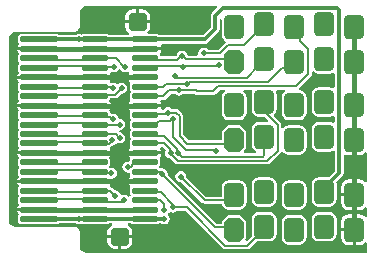
<source format=gbr>
%TF.GenerationSoftware,Altium Limited,Altium Designer,24.8.2 (39)*%
G04 Layer_Physical_Order=2*
G04 Layer_Color=16711680*
%FSLAX45Y45*%
%MOMM*%
%TF.SameCoordinates,C54AC7BA-B540-4DA4-B2B9-A01D8BF79CE3*%
%TF.FilePolarity,Positive*%
%TF.FileFunction,Copper,L2,Bot,Signal*%
%TF.Part,Single*%
G01*
G75*
%TA.AperFunction,SMDPad,CuDef*%
G04:AMPARAMS|DCode=10|XSize=3.2mm|YSize=0.5mm|CornerRadius=0.125mm|HoleSize=0mm|Usage=FLASHONLY|Rotation=0.000|XOffset=0mm|YOffset=0mm|HoleType=Round|Shape=RoundedRectangle|*
%AMROUNDEDRECTD10*
21,1,3.20000,0.25000,0,0,0.0*
21,1,2.95000,0.50000,0,0,0.0*
1,1,0.25000,1.47500,-0.12500*
1,1,0.25000,-1.47500,-0.12500*
1,1,0.25000,-1.47500,0.12500*
1,1,0.25000,1.47500,0.12500*
%
%ADD10ROUNDEDRECTD10*%
%TA.AperFunction,Conductor*%
%ADD11C,0.20000*%
%ADD12C,0.35000*%
%ADD13C,0.30000*%
%TA.AperFunction,ComponentPad*%
G04:AMPARAMS|DCode=14|XSize=1.7mm|YSize=2.1mm|CornerRadius=0.425mm|HoleSize=0mm|Usage=FLASHONLY|Rotation=0.000|XOffset=0mm|YOffset=0mm|HoleType=Round|Shape=RoundedRectangle|*
%AMROUNDEDRECTD14*
21,1,1.70000,1.25001,0,0,0.0*
21,1,0.85000,2.10000,0,0,0.0*
1,1,0.85000,0.42500,-0.62500*
1,1,0.85000,-0.42500,-0.62500*
1,1,0.85000,-0.42500,0.62500*
1,1,0.85000,0.42500,0.62500*
%
%ADD14ROUNDEDRECTD14*%
G04:AMPARAMS|DCode=15|XSize=1.7mm|YSize=2.1mm|CornerRadius=0mm|HoleSize=0mm|Usage=FLASHONLY|Rotation=0.000|XOffset=0mm|YOffset=0mm|HoleType=Round|Shape=Octagon|*
%AMOCTAGOND15*
4,1,8,-0.42500,1.05000,0.42500,1.05000,0.85000,0.62500,0.85000,-0.62500,0.42500,-1.05000,-0.42500,-1.05000,-0.85000,-0.62500,-0.85000,0.62500,-0.42500,1.05000,0.0*
%
%ADD15OCTAGOND15*%

G04:AMPARAMS|DCode=16|XSize=1.55mm|YSize=1.6mm|CornerRadius=0.3875mm|HoleSize=0mm|Usage=FLASHONLY|Rotation=270.000|XOffset=0mm|YOffset=0mm|HoleType=Round|Shape=RoundedRectangle|*
%AMROUNDEDRECTD16*
21,1,1.55000,0.82500,0,0,270.0*
21,1,0.77500,1.60000,0,0,270.0*
1,1,0.77500,-0.41250,-0.38750*
1,1,0.77500,-0.41250,0.38750*
1,1,0.77500,0.41250,0.38750*
1,1,0.77500,0.41250,-0.38750*
%
%ADD16ROUNDEDRECTD16*%
%TA.AperFunction,ViaPad*%
%ADD17C,0.50800*%
%TA.AperFunction,SMDPad,CuDef*%
G04:AMPARAMS|DCode=18|XSize=2.2mm|YSize=0.5mm|CornerRadius=0.125mm|HoleSize=0mm|Usage=FLASHONLY|Rotation=180.000|XOffset=0mm|YOffset=0mm|HoleType=Round|Shape=RoundedRectangle|*
%AMROUNDEDRECTD18*
21,1,2.20000,0.25000,0,0,180.0*
21,1,1.95000,0.50000,0,0,180.0*
1,1,0.25000,-0.97500,0.12500*
1,1,0.25000,0.97500,0.12500*
1,1,0.25000,0.97500,-0.12500*
1,1,0.25000,-0.97500,-0.12500*
%
%ADD18ROUNDEDRECTD18*%
%TA.AperFunction,Conductor*%
%ADD19C,0.40000*%
G36*
X1808126Y2382197D02*
X1762964Y2337036D01*
X1754676Y2324632D01*
X1751766Y2310000D01*
Y2215837D01*
X1684166Y2148237D01*
X1313483D01*
X1306180Y2153117D01*
X1293499Y2155639D01*
X1218520D01*
X1213969Y2170639D01*
X1220496Y2175000D01*
X1234674Y2196220D01*
X1239653Y2221250D01*
Y2247300D01*
X1026340D01*
Y2221250D01*
X1031319Y2196220D01*
X1045497Y2175000D01*
X1063108Y2163233D01*
X1058972Y2148233D01*
X887490D01*
X880181Y2153117D01*
X867500Y2155639D01*
X672500D01*
X659819Y2153117D01*
X658504Y2152238D01*
X657714Y2152766D01*
X640000Y2156290D01*
X622286Y2152766D01*
X615502Y2148233D01*
X467482D01*
X460180Y2153113D01*
X447499Y2155635D01*
X152499D01*
X139819Y2153113D01*
X129068Y2145929D01*
X121885Y2135179D01*
X119363Y2122498D01*
Y2097498D01*
X121885Y2084818D01*
X125175Y2069823D01*
X116799Y2057286D01*
X113897Y2042698D01*
X299999D01*
Y2017298D01*
X113897D01*
X116799Y2002710D01*
X125175Y1990174D01*
X121885Y1975179D01*
X119363Y1962499D01*
Y1937499D01*
X121885Y1924818D01*
X129068Y1914068D01*
Y1905930D01*
X121885Y1895180D01*
X119363Y1882499D01*
Y1857499D01*
X121885Y1844818D01*
X125175Y1829823D01*
X116799Y1817287D01*
X113897Y1802699D01*
X299999D01*
Y1777299D01*
X113897D01*
X116799Y1762711D01*
X125175Y1750175D01*
X121885Y1735180D01*
X119363Y1722499D01*
Y1697499D01*
X121885Y1684818D01*
X129068Y1674068D01*
Y1665930D01*
X121885Y1655180D01*
X119363Y1642499D01*
Y1617499D01*
X121885Y1604819D01*
X125175Y1589824D01*
X116799Y1577287D01*
X113897Y1562699D01*
X299999D01*
Y1537299D01*
X113897D01*
X116799Y1522711D01*
X125175Y1510175D01*
X121885Y1495180D01*
X119363Y1482500D01*
Y1457499D01*
X121885Y1444819D01*
X129068Y1434069D01*
Y1425931D01*
X121885Y1415181D01*
X119363Y1402500D01*
Y1377500D01*
X121885Y1364819D01*
X129068Y1354069D01*
Y1345931D01*
X121885Y1335181D01*
X119363Y1322500D01*
Y1297500D01*
X121885Y1284819D01*
X129068Y1274069D01*
Y1265931D01*
X121885Y1255181D01*
X119363Y1242500D01*
Y1217500D01*
X121885Y1204820D01*
X125175Y1189824D01*
X116799Y1177288D01*
X113897Y1162700D01*
X299999D01*
Y1137300D01*
X113897D01*
X116799Y1122712D01*
X125175Y1110176D01*
X121885Y1095181D01*
X119363Y1082501D01*
Y1057500D01*
X121885Y1044820D01*
X129068Y1034070D01*
Y1025931D01*
X121885Y1015181D01*
X119363Y1002501D01*
Y977500D01*
X121885Y964820D01*
X125175Y949825D01*
X116799Y937289D01*
X113897Y922701D01*
X299999D01*
Y897301D01*
X113897D01*
X116799Y882713D01*
X125175Y870177D01*
X121885Y855182D01*
X119363Y842501D01*
Y817501D01*
X121885Y804820D01*
X129068Y794070D01*
Y785932D01*
X121885Y775182D01*
X119363Y762501D01*
Y737501D01*
X121885Y724820D01*
X125175Y709825D01*
X116799Y697289D01*
X113897Y682701D01*
X299999D01*
Y657301D01*
X113897D01*
X116799Y642713D01*
X125175Y630177D01*
X121885Y615182D01*
X119363Y602501D01*
Y577501D01*
X121885Y564821D01*
X129068Y554070D01*
X139819Y546887D01*
X152499Y544365D01*
X447499D01*
X460180Y546887D01*
X470930Y554070D01*
X471094Y554315D01*
X611688D01*
X622286Y547234D01*
X640000Y543711D01*
X657714Y547234D01*
X658506Y547763D01*
X659819Y546886D01*
X672500Y544364D01*
X867500D01*
X880181Y546886D01*
X890931Y554070D01*
X891094Y554313D01*
X915904D01*
X917382Y539313D01*
X916719Y539181D01*
X895500Y525003D01*
X881322Y503784D01*
X876343Y478753D01*
Y452703D01*
X1089656D01*
Y478753D01*
X1084677Y503784D01*
X1070499Y525003D01*
X1049279Y539181D01*
X1048630Y539311D01*
X1050107Y554311D01*
X1074906D01*
X1075067Y554070D01*
X1085818Y546886D01*
X1098498Y544364D01*
X1293499D01*
X1306180Y546886D01*
X1316930Y554070D01*
X1317094Y554315D01*
X1331689D01*
X1342286Y547234D01*
X1360000Y543711D01*
X1377714Y547234D01*
X1392732Y557268D01*
X1402766Y572286D01*
X1406290Y590000D01*
X1402766Y607714D01*
X1394529Y620041D01*
X1393361Y630726D01*
X1394618Y639512D01*
X1395305Y640539D01*
X1412286Y647234D01*
X1430000Y643710D01*
X1447714Y647234D01*
X1462732Y657268D01*
X1464164Y659412D01*
X1537330D01*
X1853223Y343519D01*
X1863147Y336889D01*
X1874852Y334560D01*
X1874854Y334560D01*
X2063148D01*
X2063149Y334560D01*
X2074854Y336889D01*
X2084778Y343519D01*
X2144427Y403169D01*
X2161498Y399773D01*
X2246498D01*
X2270884Y404624D01*
X2291558Y418437D01*
X2305372Y439111D01*
X2310222Y463497D01*
Y588498D01*
X2305372Y612884D01*
X2291558Y633558D01*
X2270884Y647371D01*
X2246498Y652222D01*
X2161498D01*
X2137112Y647371D01*
X2116438Y633558D01*
X2102624Y612884D01*
X2097774Y588498D01*
Y463497D01*
X2101169Y446426D01*
X2056554Y401811D01*
X2051361Y402648D01*
X2046177Y418677D01*
X2054998Y427498D01*
Y572498D01*
X2002498Y624998D01*
X1897498D01*
X1844998Y572498D01*
Y550586D01*
X1802672D01*
X1386457Y966800D01*
X1387635Y972721D01*
X1384111Y990435D01*
X1374077Y1005453D01*
X1359060Y1015487D01*
X1353923Y1016509D01*
X1352351Y1017559D01*
X1340645Y1019888D01*
X1333564Y1018479D01*
X1321909D01*
X1321504Y1019085D01*
X1316930Y1034069D01*
X1324113Y1044819D01*
X1326635Y1057500D01*
Y1082500D01*
X1324113Y1095180D01*
X1320823Y1110175D01*
X1329200Y1122711D01*
X1332101Y1137299D01*
X1059896D01*
X1062798Y1122711D01*
X1071174Y1110175D01*
X1067884Y1095180D01*
X1065362Y1082500D01*
X1054941Y1073948D01*
X1051228Y1074686D01*
X1033513Y1071163D01*
X1018496Y1061128D01*
X1008462Y1046111D01*
X1004938Y1028397D01*
X1008462Y1010683D01*
X1018496Y995665D01*
X1033513Y985631D01*
X1051228Y982107D01*
X1058085Y983471D01*
X1065362Y977499D01*
X1067884Y964819D01*
X1071174Y949824D01*
X1062798Y937288D01*
X1059896Y922700D01*
X1195999D01*
Y897300D01*
X1059896D01*
X1062798Y882712D01*
X1071174Y870176D01*
X1067884Y855181D01*
X1065362Y842500D01*
Y817500D01*
X1067884Y804819D01*
X1074572Y794810D01*
X1069745Y780958D01*
X1055138Y779855D01*
X1054497Y780090D01*
X1052732Y782732D01*
X1037714Y792766D01*
X1020000Y796289D01*
X1002286Y792766D01*
X1001272Y792089D01*
X984605Y798993D01*
X983379Y805157D01*
X973345Y820175D01*
X958327Y830209D01*
X940613Y833732D01*
X938084Y833229D01*
X919685Y851629D01*
X909761Y858259D01*
X904261Y859354D01*
X903379Y860365D01*
X898315Y873419D01*
X898357Y875463D01*
X903201Y882712D01*
X906103Y897300D01*
X770000D01*
Y922700D01*
X908864D01*
X909790Y924985D01*
X919611Y931676D01*
X929592Y933662D01*
X944610Y943696D01*
X954644Y958713D01*
X958168Y976428D01*
X954644Y994142D01*
X944610Y1009159D01*
X929592Y1019194D01*
X911878Y1022717D01*
X895284Y1019416D01*
X890931Y1034069D01*
X898114Y1044819D01*
X900637Y1057500D01*
Y1082500D01*
X898114Y1095180D01*
X894824Y1110175D01*
X903201Y1122711D01*
X906103Y1137299D01*
X770000D01*
Y1162699D01*
X906103D01*
X903201Y1177287D01*
X898085Y1184944D01*
X902489Y1200253D01*
X903555Y1201702D01*
X912676Y1207796D01*
X914479Y1209600D01*
X917008Y1209097D01*
X934722Y1212621D01*
X949740Y1222655D01*
X959336Y1237017D01*
X962195Y1235107D01*
X979909Y1231584D01*
X997624Y1235107D01*
X1012641Y1245142D01*
X1022675Y1260159D01*
X1026199Y1277873D01*
X1022675Y1295587D01*
X1012641Y1310605D01*
X997624Y1320639D01*
X981667Y1323813D01*
X977038Y1328913D01*
X977657Y1333239D01*
X984495Y1344525D01*
X997681Y1347148D01*
X1012698Y1357182D01*
X1022733Y1372199D01*
X1026256Y1389914D01*
X1022733Y1407628D01*
X1012698Y1422645D01*
X997681Y1432680D01*
X979967Y1436203D01*
X969265Y1446351D01*
X967631Y1454566D01*
X957597Y1469583D01*
X942579Y1479617D01*
X924865Y1483141D01*
X914206Y1481021D01*
X908540Y1484807D01*
X899834Y1486539D01*
X898114Y1495184D01*
X894824Y1510180D01*
X903201Y1522716D01*
X906103Y1537304D01*
X770000D01*
Y1562704D01*
X906103D01*
X903201Y1577292D01*
X894824Y1589828D01*
X898114Y1604823D01*
X899610Y1612341D01*
X942928D01*
X942929Y1612341D01*
X954634Y1614669D01*
X964558Y1621300D01*
X995618Y1652360D01*
X996911Y1652103D01*
X1014625Y1655627D01*
X1029642Y1665661D01*
X1039677Y1680678D01*
X1043200Y1698393D01*
X1039677Y1716107D01*
X1029642Y1731124D01*
X1014625Y1741159D01*
X996911Y1744682D01*
X979196Y1741159D01*
X970267Y1735192D01*
X955201Y1730741D01*
X940183Y1740775D01*
X922469Y1744299D01*
X906094Y1741041D01*
X903133Y1743935D01*
X898441Y1755591D01*
X903201Y1762715D01*
X906103Y1777303D01*
X770000D01*
Y1802703D01*
X906103D01*
X903201Y1817291D01*
X902868Y1817789D01*
X908396Y1836516D01*
X911412Y1837818D01*
X912286Y1837234D01*
X930000Y1833711D01*
X947714Y1837234D01*
X962732Y1847268D01*
X972130Y1861333D01*
X980000Y1862284D01*
X987870Y1861333D01*
X997268Y1847268D01*
X1012286Y1837234D01*
X1030000Y1833711D01*
X1047714Y1837234D01*
X1053641Y1841194D01*
X1054509Y1841415D01*
X1059128Y1838446D01*
X1063361Y1818134D01*
X1062798Y1817291D01*
X1059896Y1802703D01*
X1195999D01*
Y1777303D01*
X1059896D01*
X1062798Y1762715D01*
X1071174Y1750179D01*
X1067884Y1735184D01*
X1065362Y1722504D01*
Y1697503D01*
X1067884Y1684823D01*
X1075067Y1674073D01*
Y1665934D01*
X1067884Y1655184D01*
X1065362Y1642504D01*
Y1617503D01*
X1067884Y1604823D01*
X1071174Y1589828D01*
X1062798Y1577292D01*
X1059896Y1562704D01*
X1332101D01*
X1329200Y1577292D01*
X1324440Y1584416D01*
X1331418Y1599416D01*
X1350002D01*
X1350003Y1599416D01*
X1361709Y1601744D01*
X1371632Y1608375D01*
X1413212Y1649955D01*
X1448833D01*
X1450266Y1647811D01*
X1465283Y1637777D01*
X1482997Y1634253D01*
X1500712Y1637777D01*
X1515729Y1647811D01*
X1515864Y1648012D01*
X1617704D01*
X1624232Y1643651D01*
X1635937Y1641322D01*
X1635939Y1641323D01*
X1771909D01*
X1771910Y1641322D01*
X1783615Y1643651D01*
X1793539Y1650281D01*
X1827403Y1684146D01*
X1869244D01*
X1873795Y1669146D01*
X1862438Y1661558D01*
X1848624Y1640884D01*
X1843774Y1616498D01*
Y1491497D01*
X1848624Y1467111D01*
X1862438Y1446438D01*
X1883112Y1432624D01*
X1907498Y1427773D01*
X1992498D01*
X2016884Y1432624D01*
X2037558Y1446438D01*
X2051372Y1467111D01*
X2056222Y1491497D01*
Y1616498D01*
X2051372Y1640884D01*
X2037558Y1661558D01*
X2026202Y1669146D01*
X2030752Y1684146D01*
X2098245D01*
X2105316Y1670917D01*
X2102624Y1666889D01*
X2097774Y1642502D01*
Y1517502D01*
X2102624Y1493116D01*
X2116438Y1472442D01*
X2137112Y1458628D01*
X2161498Y1453778D01*
X2212967D01*
X2239518Y1427227D01*
X2233305Y1412227D01*
X2161498D01*
X2137112Y1407376D01*
X2116438Y1393562D01*
X2102624Y1372889D01*
X2097774Y1348503D01*
Y1223502D01*
X2102624Y1199116D01*
X2116438Y1178442D01*
X2137112Y1164628D01*
X2138491Y1164354D01*
X2137014Y1149354D01*
X2036453D01*
X2030712Y1163212D01*
X2054998Y1187497D01*
Y1332498D01*
X2002498Y1384998D01*
X1897498D01*
X1844998Y1332498D01*
Y1256588D01*
X1566670D01*
X1520588Y1302670D01*
Y1460000D01*
X1518259Y1471705D01*
X1511629Y1481629D01*
X1511628Y1481629D01*
X1480131Y1513127D01*
X1470208Y1519757D01*
X1458502Y1522086D01*
X1458501Y1522085D01*
X1424807D01*
X1423375Y1524229D01*
X1408357Y1534264D01*
X1390643Y1537787D01*
X1372929Y1534264D01*
X1357911Y1524229D01*
X1351713Y1514952D01*
X1339239Y1515260D01*
X1330253Y1528013D01*
X1332101Y1537304D01*
X1059896D01*
X1062798Y1522716D01*
X1071174Y1510180D01*
X1067884Y1495185D01*
X1065362Y1482504D01*
Y1457504D01*
X1067884Y1444823D01*
X1075067Y1434073D01*
Y1425935D01*
X1067884Y1415185D01*
X1065362Y1402504D01*
Y1377504D01*
X1067884Y1364823D01*
X1075067Y1354073D01*
Y1345935D01*
X1067884Y1335185D01*
X1065362Y1322504D01*
Y1297504D01*
X1067884Y1284823D01*
X1070495Y1280916D01*
X1073825Y1270002D01*
X1070495Y1259088D01*
X1067884Y1255180D01*
X1065362Y1242499D01*
Y1217499D01*
X1067884Y1204819D01*
X1071174Y1189824D01*
X1062798Y1177287D01*
X1059896Y1162699D01*
X1332101D01*
X1329200Y1177287D01*
X1324440Y1184412D01*
X1331418Y1199412D01*
X1347331D01*
X1372861Y1173881D01*
X1369193Y1168391D01*
X1365669Y1150677D01*
X1369193Y1132963D01*
X1379227Y1117945D01*
X1394245Y1107911D01*
X1405736Y1105625D01*
X1450223Y1061138D01*
X1450223Y1061138D01*
X1460147Y1054507D01*
X1471852Y1052178D01*
X1471853Y1052179D01*
X2232765D01*
X2232766Y1052178D01*
X2244472Y1054507D01*
X2254395Y1061138D01*
X2341629Y1148371D01*
X2348259Y1158295D01*
X2348311Y1158554D01*
X2364235Y1161722D01*
X2370438Y1152438D01*
X2391112Y1138624D01*
X2415498Y1133773D01*
X2500498D01*
X2524884Y1138624D01*
X2545558Y1152438D01*
X2559372Y1173111D01*
X2564222Y1197497D01*
Y1322498D01*
X2559372Y1346884D01*
X2545558Y1367558D01*
X2524884Y1381372D01*
X2500498Y1386222D01*
X2415498D01*
X2391112Y1381372D01*
X2370438Y1367558D01*
X2365588Y1360299D01*
X2350588Y1364849D01*
Y1390003D01*
X2348259Y1401708D01*
X2341629Y1411632D01*
X2341628Y1411632D01*
X2290595Y1462665D01*
X2291558Y1472442D01*
X2305372Y1493116D01*
X2310222Y1517502D01*
Y1642502D01*
X2305372Y1666889D01*
X2302680Y1670917D01*
X2309751Y1684146D01*
X2377244D01*
X2381795Y1669146D01*
X2370438Y1661558D01*
X2356624Y1640884D01*
X2351774Y1616498D01*
Y1491497D01*
X2356624Y1467111D01*
X2370438Y1446438D01*
X2391112Y1432624D01*
X2415498Y1427773D01*
X2500498D01*
X2524884Y1432624D01*
X2545558Y1446438D01*
X2559372Y1467111D01*
X2564222Y1491497D01*
Y1616498D01*
X2559372Y1640884D01*
X2545558Y1661558D01*
X2524884Y1675372D01*
X2504031Y1679519D01*
X2499987Y1687760D01*
X2499481Y1695222D01*
X2599591Y1795332D01*
X2606222Y1805256D01*
X2608551Y1816961D01*
X2608550Y1816963D01*
Y1835216D01*
X2623550Y1839767D01*
X2624438Y1838438D01*
X2645112Y1824624D01*
X2669498Y1819773D01*
X2754498D01*
X2778884Y1824624D01*
X2786766Y1829890D01*
X2801766Y1821872D01*
Y1704128D01*
X2786766Y1696110D01*
X2778884Y1701376D01*
X2754498Y1706227D01*
X2669498D01*
X2645112Y1701376D01*
X2624438Y1687562D01*
X2610624Y1666889D01*
X2605774Y1642502D01*
Y1517502D01*
X2610624Y1493116D01*
X2624438Y1472442D01*
X2645112Y1458628D01*
X2669498Y1453778D01*
X2754498D01*
X2778884Y1458628D01*
X2786766Y1463894D01*
X2801766Y1455877D01*
Y1410128D01*
X2786766Y1402110D01*
X2778884Y1407376D01*
X2754498Y1412227D01*
X2669498D01*
X2645112Y1407376D01*
X2624438Y1393562D01*
X2610624Y1372889D01*
X2605774Y1348503D01*
Y1223502D01*
X2610624Y1199116D01*
X2624438Y1178442D01*
X2645112Y1164628D01*
X2669498Y1159778D01*
X2754498D01*
X2778884Y1164628D01*
X2786766Y1169894D01*
X2801766Y1161877D01*
Y995837D01*
X2752150Y946222D01*
X2669498D01*
X2645112Y941371D01*
X2624438Y927557D01*
X2610624Y906884D01*
X2605774Y882498D01*
Y757497D01*
X2610624Y733111D01*
X2624438Y712437D01*
X2645112Y698623D01*
X2669498Y693773D01*
X2754498D01*
X2778884Y698623D01*
X2799558Y712437D01*
X2813372Y733111D01*
X2818222Y757497D01*
Y882498D01*
X2814630Y900559D01*
X2867036Y952964D01*
X2875324Y965368D01*
X2878234Y980000D01*
Y1130169D01*
X2891463Y1137240D01*
X2897005Y1133537D01*
X2923498Y1128267D01*
X2953298D01*
Y1259998D01*
X2978698D01*
Y1128267D01*
X3008498D01*
X3034991Y1133537D01*
X3057451Y1148545D01*
X3061056Y1153939D01*
X3076056Y1149389D01*
Y904607D01*
X3061056Y900056D01*
X3057451Y905451D01*
X3034991Y920458D01*
X3008498Y925728D01*
X2978698D01*
Y793998D01*
Y662268D01*
X3008498D01*
X3034991Y667537D01*
X3057451Y682545D01*
X3061056Y687939D01*
X3076056Y683389D01*
Y610607D01*
X3061056Y606056D01*
X3057451Y611451D01*
X3034991Y626458D01*
X3008498Y631728D01*
X2978698D01*
Y499998D01*
Y368268D01*
X3008498D01*
X3034991Y373537D01*
X3057451Y388545D01*
X3061056Y393940D01*
X3076056Y389389D01*
Y303944D01*
X700000D01*
Y304025D01*
X678579Y308285D01*
X660420Y320419D01*
X648285Y338579D01*
X644025Y360000D01*
X643944D01*
X643943Y360006D01*
Y479999D01*
X640598Y496816D01*
X631072Y511072D01*
X616816Y520598D01*
X599999Y523943D01*
X100005D01*
X100000Y523944D01*
Y524025D01*
X78579Y528285D01*
X60419Y540420D01*
X48285Y558579D01*
X44025Y580000D01*
X43944D01*
Y2120000D01*
X44025D01*
X48285Y2141421D01*
X60419Y2159580D01*
X78579Y2171714D01*
X100000Y2175975D01*
Y2176056D01*
X100004Y2176056D01*
X599999D01*
X616816Y2179402D01*
X631072Y2188927D01*
X640598Y2203184D01*
X643943Y2220001D01*
Y2339981D01*
X643947Y2340000D01*
X644027D01*
X648288Y2361421D01*
X660422Y2379580D01*
X678582Y2391715D01*
X700003Y2395975D01*
Y2396055D01*
X1802386D01*
X1808126Y2382197D01*
D02*
G37*
G36*
X1843774Y2276498D02*
Y2151498D01*
X1848624Y2127112D01*
X1862438Y2106438D01*
X1875683Y2097589D01*
X1877379Y2088895D01*
X1876898Y2079731D01*
X1821274Y2024107D01*
X1726412D01*
X1724980Y2026251D01*
X1709962Y2036285D01*
X1692248Y2039808D01*
X1674534Y2036285D01*
X1659516Y2026251D01*
X1649482Y2011233D01*
X1645958Y1993519D01*
X1647114Y1987707D01*
X1634885Y1972707D01*
X1556165D01*
X1555648Y1973224D01*
X1552766Y1987714D01*
X1542732Y2002732D01*
X1527714Y2012766D01*
X1510000Y2016290D01*
X1492286Y2012766D01*
X1477268Y2002732D01*
X1467234Y1987714D01*
X1464725Y1975102D01*
X1456668Y1967044D01*
X1325732D01*
X1324113Y1975184D01*
X1320823Y1990179D01*
X1329200Y2002715D01*
X1332101Y2017303D01*
X1195999D01*
Y2042703D01*
X1332101D01*
X1329303Y2056768D01*
X1329232Y2057347D01*
X1337567Y2071768D01*
X1700003D01*
X1714634Y2074679D01*
X1727038Y2082967D01*
X1817036Y2172964D01*
X1825324Y2185368D01*
X1828234Y2200000D01*
Y2284355D01*
X1830287Y2285585D01*
X1843774Y2276498D01*
D02*
G37*
%LPC*%
G36*
X1174246Y2364157D02*
X1145696D01*
Y2272700D01*
X1239653D01*
Y2298750D01*
X1234674Y2323780D01*
X1220496Y2344999D01*
X1199276Y2359178D01*
X1174246Y2364157D01*
D02*
G37*
G36*
X1120296D02*
X1091747D01*
X1066716Y2359178D01*
X1045497Y2344999D01*
X1031319Y2323780D01*
X1026340Y2298750D01*
Y2272700D01*
X1120296D01*
Y2364157D01*
D02*
G37*
G36*
X2953298Y925728D02*
X2923498D01*
X2897005Y920458D01*
X2874545Y905451D01*
X2859538Y882991D01*
X2854268Y856498D01*
Y806698D01*
X2953298D01*
Y925728D01*
D02*
G37*
G36*
X2246498Y946222D02*
X2161498D01*
X2137112Y941371D01*
X2116438Y927557D01*
X2102624Y906884D01*
X2097774Y882498D01*
Y757497D01*
X2102624Y733111D01*
X2116438Y712437D01*
X2137112Y698623D01*
X2161498Y693773D01*
X2246498D01*
X2270884Y698623D01*
X2291558Y712437D01*
X2305372Y733111D01*
X2310222Y757497D01*
Y882498D01*
X2305372Y906884D01*
X2291558Y927557D01*
X2270884Y941371D01*
X2246498Y946222D01*
D02*
G37*
G36*
X2500498Y920222D02*
X2415498D01*
X2391112Y915372D01*
X2370438Y901558D01*
X2356624Y880884D01*
X2351774Y856498D01*
Y731498D01*
X2356624Y707111D01*
X2370438Y686438D01*
X2391112Y672624D01*
X2415498Y667773D01*
X2500498D01*
X2524884Y672624D01*
X2545558Y686438D01*
X2559372Y707111D01*
X2564222Y731498D01*
Y856498D01*
X2559372Y880884D01*
X2545558Y901558D01*
X2524884Y915372D01*
X2500498Y920222D01*
D02*
G37*
G36*
X1500000Y996289D02*
X1482286Y992766D01*
X1467268Y982732D01*
X1457234Y967714D01*
X1453711Y950000D01*
X1457234Y932286D01*
X1467268Y917268D01*
X1482286Y907234D01*
X1500000Y903710D01*
X1502529Y904213D01*
X1678371Y728371D01*
X1688295Y721741D01*
X1700000Y719412D01*
X1846178D01*
X1848624Y707111D01*
X1862438Y686438D01*
X1883112Y672624D01*
X1907498Y667773D01*
X1992498D01*
X2016884Y672624D01*
X2037558Y686438D01*
X2051372Y707111D01*
X2056222Y731498D01*
Y856498D01*
X2051372Y880884D01*
X2037558Y901558D01*
X2016884Y915372D01*
X1992498Y920222D01*
X1907498D01*
X1883112Y915372D01*
X1862438Y901558D01*
X1848624Y880884D01*
X1843774Y856498D01*
Y780588D01*
X1712670D01*
X1545787Y947471D01*
X1546290Y950000D01*
X1542766Y967714D01*
X1532732Y982732D01*
X1517714Y992766D01*
X1500000Y996289D01*
D02*
G37*
G36*
X2953298Y781298D02*
X2854268D01*
Y731498D01*
X2859538Y705004D01*
X2874545Y682545D01*
X2897005Y667537D01*
X2923498Y662268D01*
X2953298D01*
Y781298D01*
D02*
G37*
G36*
Y631728D02*
X2923498D01*
X2897005Y626458D01*
X2874545Y611451D01*
X2859538Y588991D01*
X2854268Y562498D01*
Y512698D01*
X2953298D01*
Y631728D01*
D02*
G37*
G36*
X2754498Y652222D02*
X2669498D01*
X2645112Y647371D01*
X2624438Y633558D01*
X2610624Y612884D01*
X2605774Y588498D01*
Y463497D01*
X2610624Y439111D01*
X2624438Y418437D01*
X2645112Y404624D01*
X2669498Y399773D01*
X2754498D01*
X2778884Y404624D01*
X2799558Y418437D01*
X2813372Y439111D01*
X2818222Y463497D01*
Y588498D01*
X2813372Y612884D01*
X2799558Y633558D01*
X2778884Y647371D01*
X2754498Y652222D01*
D02*
G37*
G36*
X2500498Y626223D02*
X2415498D01*
X2391112Y621372D01*
X2370438Y607558D01*
X2356624Y586885D01*
X2351774Y562498D01*
Y437498D01*
X2356624Y413111D01*
X2370438Y392438D01*
X2391112Y378624D01*
X2415498Y373773D01*
X2500498D01*
X2524884Y378624D01*
X2545558Y392438D01*
X2559372Y413111D01*
X2564222Y437498D01*
Y562498D01*
X2559372Y586885D01*
X2545558Y607558D01*
X2524884Y621372D01*
X2500498Y626223D01*
D02*
G37*
G36*
X2953298Y487298D02*
X2854268D01*
Y437498D01*
X2859538Y411005D01*
X2874545Y388545D01*
X2897005Y373537D01*
X2923498Y368268D01*
X2953298D01*
Y487298D01*
D02*
G37*
G36*
X1089656Y427303D02*
X995699D01*
Y335847D01*
X1024249D01*
X1049279Y340826D01*
X1070499Y355004D01*
X1084677Y376223D01*
X1089656Y401253D01*
Y427303D01*
D02*
G37*
G36*
X970299D02*
X876343D01*
Y401253D01*
X881322Y376223D01*
X895500Y355004D01*
X916719Y340826D01*
X941749Y335847D01*
X970299D01*
Y427303D01*
D02*
G37*
%LPD*%
D10*
X299999Y2109998D02*
D03*
Y1869999D02*
D03*
Y1949999D02*
D03*
Y2029998D02*
D03*
Y1709999D02*
D03*
Y1789999D02*
D03*
Y1629999D02*
D03*
Y1549999D02*
D03*
Y1470000D02*
D03*
Y1390000D02*
D03*
Y1310000D02*
D03*
Y1230000D02*
D03*
Y1150000D02*
D03*
Y1070000D02*
D03*
Y990001D02*
D03*
Y910001D02*
D03*
Y830001D02*
D03*
Y750001D02*
D03*
Y670001D02*
D03*
Y590001D02*
D03*
D11*
X947425Y1308756D02*
X978307Y1277873D01*
X979909D01*
X774553Y1385451D02*
X975504D01*
X979967Y1389914D01*
X684221Y1229425D02*
X891047D01*
X917008Y1255387D01*
X461715Y1243654D02*
X669992D01*
X684221Y1229425D01*
X915452Y1310004D02*
X916700Y1308756D01*
X947425D01*
X683647Y1310004D02*
X915452D01*
X916531Y1436851D02*
X924865D01*
X783457Y1456547D02*
X896835D01*
X312690Y1402691D02*
X757313D01*
X896835Y1456547D02*
X916531Y1436851D01*
X757313Y1402691D02*
X774553Y1385451D01*
X770000Y1470004D02*
X783457Y1456547D01*
X2156233Y1978233D02*
X2203998Y2025998D01*
X1468913Y1788203D02*
X2058203D01*
X1446073Y1800413D02*
X1451966Y1794520D01*
X1462596D02*
X1468913Y1788203D01*
X1451966Y1794520D02*
X1462596D01*
X778295Y981705D02*
X780173Y983583D01*
X781435Y982321D02*
X905985D01*
X911878Y976428D01*
X780173Y983583D02*
X781435Y982321D01*
X2203998Y1130482D02*
Y1306002D01*
X1510286Y1118766D02*
X2192282D01*
X2203998Y1130482D01*
X2232766Y1082766D02*
X2320000Y1170000D01*
X1411959Y1142660D02*
X1471852Y1082766D01*
X1478095Y1150957D02*
X1510286Y1118766D01*
X1471852Y1082766D02*
X2232766D01*
X1794273Y1175893D02*
X1800000Y1170166D01*
X1476352Y1150957D02*
X1478095D01*
X1544107Y1175893D02*
X1794273D01*
X1490000Y1290000D02*
X1554000Y1226000D01*
X1949998D01*
X1550000Y690000D02*
X1874852Y365148D01*
X2063149D01*
X2203998Y505997D01*
X1815000Y1885000D02*
X1820000Y1890000D01*
X1525000Y1885000D02*
X1815000D01*
X1510000Y1970000D02*
X1515614D01*
X1543496Y1942119D01*
X1875753D01*
X1905000Y1971366D01*
X1356600Y673399D02*
Y713400D01*
Y673399D02*
X1360232Y669768D01*
X1341345Y972721D02*
X1347238D01*
X1340645Y989300D02*
X1347238Y982707D01*
X1198107Y987892D02*
X1339237D01*
X1347238Y962761D02*
Y982707D01*
X1195999Y990000D02*
X1198107Y987892D01*
X1458502Y1491498D02*
X1490000Y1460000D01*
Y1290000D02*
Y1460000D01*
X1382309Y1491498D02*
X1458502D01*
X1407964Y1420000D02*
X1425804Y1437840D01*
X1434139D01*
X1310995Y1420000D02*
X1407964D01*
X1280999Y1390004D02*
X1310995Y1420000D01*
X1434139Y1285862D02*
X1544107Y1175893D01*
X1434139Y1285862D02*
Y1437840D01*
X1371445Y1480634D02*
X1382309Y1491498D01*
X1206629Y1480634D02*
X1371445D01*
X1400543Y1680543D02*
X1482997D01*
X1504288Y1731943D02*
X1506230Y1730000D01*
X1555277D01*
X1350003Y1710003D02*
X1371943Y1731943D01*
X2497998Y2273998D02*
X2510765Y2261231D01*
X1371943Y1731943D02*
X1504288D01*
X1629247Y1678600D02*
X1635937Y1671910D01*
X1771910D01*
X1484940Y1678600D02*
X1629247D01*
X1482997Y1680543D02*
X1484940Y1678600D01*
X1350003Y1630004D02*
X1400543Y1680543D01*
X1051228Y1028397D02*
X1057121Y1034290D01*
X1075289D01*
X1181866Y1055867D02*
X1195999Y1070000D01*
X1075289Y1034290D02*
X1096865Y1055867D01*
X1181866D01*
X770000Y990000D02*
X778295Y981705D01*
X1406467Y1156168D02*
X1411959Y1150677D01*
X1406467Y1156168D02*
Y1183533D01*
X1195999Y1229999D02*
X1360001D01*
X1406467Y1183533D01*
X1411959Y1142660D02*
Y1150677D01*
X1354480Y1295520D02*
X1469916Y1180084D01*
Y1157393D02*
Y1180084D01*
Y1157393D02*
X1475809Y1151500D01*
X1209455Y1296548D02*
X1306687D01*
X1195999Y1310004D02*
X1209455Y1296548D01*
X1306687D02*
X1307714Y1295520D01*
X1354480D01*
X1833944Y1993519D02*
X1900425Y2060000D01*
X2034000D01*
X2203998Y2229998D01*
X1692248Y1993519D02*
X1833944D01*
X2510765Y2099235D02*
X2577963Y2032037D01*
X2475735Y1714734D02*
X2577963Y1816961D01*
Y2032037D01*
X2510765Y2099235D02*
Y2261231D01*
X1577116Y1751839D02*
X2238230D01*
X2352658Y1866267D02*
X2456267D01*
X2238230Y1751839D02*
X2352658Y1866267D01*
X2456267D02*
X2457998Y1867998D01*
X1814733Y1714734D02*
X2475735D01*
X1790002Y519998D02*
X1949998D01*
X1347238Y962761D02*
X1790002Y519998D01*
X1430000Y690000D02*
X1550000D01*
X1500000Y950000D02*
X1700000Y750000D01*
X1926000D02*
X1949998Y773998D01*
X1700000Y750000D02*
X1926000D01*
X1555277Y1730000D02*
X1577116Y1751839D01*
X2058203Y1788203D02*
X2156233Y1886233D01*
X1771910Y1671910D02*
X1814733Y1714734D01*
X757663Y762337D02*
X783457Y736544D01*
X312335Y762337D02*
X757663D01*
X299999Y750001D02*
X312335Y762337D01*
X299999Y830001D02*
X313456Y816544D01*
X669837Y816190D02*
X683647Y830000D01*
X898056D01*
X313456Y816544D02*
X461362D01*
X461715Y816190D01*
X669837D01*
X683647Y990000D02*
X770000D01*
X299999Y990001D02*
X313456Y1003457D01*
X461336D01*
X461715Y1003837D02*
X669810D01*
X461336Y1003457D02*
X461715Y1003837D01*
X669810D02*
X683647Y990000D01*
X299999Y1070000D02*
X313151Y1056849D01*
X756849D02*
X770000Y1070000D01*
X313151Y1056849D02*
X756849D01*
X313456Y1243457D02*
X461518D01*
X299999Y1230000D02*
X313456Y1243457D01*
X461518D02*
X461715Y1243654D01*
Y1296246D02*
X669888D01*
X299999Y1310000D02*
X313456Y1296543D01*
X461418D01*
X461715Y1296246D01*
X669888D02*
X683647Y1310004D01*
X299999Y1390000D02*
X312690Y1402691D01*
X299999Y1470000D02*
X310930Y1459069D01*
X759065D02*
X770000Y1470004D01*
X310930Y1459069D02*
X759065D01*
X942929Y1642929D02*
X998393Y1698393D01*
X782925Y1642929D02*
X942929D01*
X770000Y1630004D02*
X782925Y1642929D01*
X299999Y1629999D02*
X313350Y1643350D01*
X756654D02*
X770000Y1630004D01*
X313350Y1643350D02*
X756654D01*
X461114Y1696542D02*
X461715Y1695941D01*
X669585D01*
X683647Y1710003D01*
X910475D01*
X299999Y1709999D02*
X313456Y1696542D01*
X461114D01*
X299999Y1869999D02*
X313167Y1883167D01*
X756836D02*
X770000Y1870003D01*
X313167Y1883167D02*
X756836D01*
X299999Y1949999D02*
X313456Y1936542D01*
X458828D02*
X461715Y1933655D01*
X683647Y1950003D02*
X949997D01*
X313456Y1936542D02*
X458828D01*
X461715Y1933655D02*
X667299D01*
X683647Y1950003D01*
X1195999D02*
X1209455Y1936546D01*
X1307625D02*
X1307714Y1936457D01*
X1469338D02*
X1502881Y1970000D01*
X1209455Y1936546D02*
X1307625D01*
X1307714Y1936457D02*
X1469338D01*
X1209455Y1883460D02*
X1306522D01*
X1307714Y1884652D01*
X1524652D01*
X1195999Y1870003D02*
X1209455Y1883460D01*
X1502881Y1970000D02*
X1510000D01*
X1424107Y695893D02*
X1430000Y690000D01*
X1424107Y695893D02*
Y721258D01*
X1329648Y815717D02*
X1424107Y721258D01*
X996911Y1698393D02*
X998393D01*
X1011665Y750000D02*
X1020000D01*
X997358Y735693D02*
X1011665Y750000D01*
X1195999Y1470004D02*
X1206629Y1480634D01*
X2203998Y505997D02*
Y545997D01*
X2320000Y1170000D02*
Y1390003D01*
X2156233Y1886233D02*
Y1978233D01*
X770000Y1870003D02*
X774998Y1875002D01*
X925001D01*
X930000Y1880000D01*
X1020000D02*
X1030000D01*
X949997Y1950003D02*
X1020000Y1880000D01*
X910475Y1710003D02*
X922469Y1698009D01*
X1195999Y1390004D02*
X1280999D01*
X1320000Y750000D02*
X1356600Y713400D01*
X898056Y830000D02*
X940613Y787443D01*
X881716Y735693D02*
X997358D01*
X783457Y736544D02*
X880865D01*
X881716Y735693D01*
X1307714Y815717D02*
X1329648D01*
X1209455Y816543D02*
X1306888D01*
X1195999Y830000D02*
X1209455Y816543D01*
X1306888D02*
X1307714Y815717D01*
X1195999Y750000D02*
X1320000D01*
X2203998Y1506005D02*
X2320000Y1390003D01*
X1195999Y1630004D02*
X1350003D01*
X1195999Y1710003D02*
X1350003D01*
D12*
X640001Y2110001D02*
X769997D01*
X639999Y2109999D02*
X640001Y2110001D01*
X300000Y2109999D02*
X639999D01*
X299999Y2109998D02*
X300000Y2109999D01*
X770000Y2109998D02*
X1195999D01*
X769997Y2110001D02*
X770000Y2109998D01*
X2711998Y799997D02*
Y851998D01*
X2840000Y980000D02*
Y2358897D01*
X2711998Y851998D02*
X2840000Y980000D01*
X1859400Y2379400D02*
X2819497D01*
X1790000Y2310000D02*
X1859400Y2379400D01*
X2819497D02*
X2840000Y2358897D01*
X1790000Y2200000D02*
Y2310000D01*
X1195999Y2110003D02*
X1700003D01*
X1790000Y2200000D01*
D13*
X300000Y590001D02*
X639999D01*
X640000Y590000D02*
X640000Y590000D01*
X639999Y590001D02*
X640000Y590000D01*
X640000Y590000D02*
X769998D01*
X770000Y589999D01*
X939997D01*
X299999Y590001D02*
X300000Y590001D01*
X1360000Y590000D02*
X1360000Y590000D01*
X1195999Y590001D02*
X1195999Y590000D01*
X1360000D01*
X940000Y589996D02*
X1195999D01*
X939997Y589999D02*
X940000Y589996D01*
D14*
X2965998Y793998D02*
D03*
X2711998Y819997D02*
D03*
X2457998Y793998D02*
D03*
X2203998Y819997D02*
D03*
X1949998Y793998D02*
D03*
X2965998Y499998D02*
D03*
X2711998Y525997D02*
D03*
X2457998Y499998D02*
D03*
X2203998Y525997D02*
D03*
X2965998Y1553998D02*
D03*
X2711998Y1580002D02*
D03*
X2457998Y1553998D02*
D03*
X2203998Y1580002D02*
D03*
X1949998Y1553998D02*
D03*
X2965998Y1259998D02*
D03*
X2711998Y1286002D02*
D03*
X2457998Y1259998D02*
D03*
X2203998Y1286002D02*
D03*
X2965998Y2213998D02*
D03*
X2711998Y2239998D02*
D03*
X2457998Y2213998D02*
D03*
X2203998Y2239998D02*
D03*
X1949998Y2213998D02*
D03*
X2965998Y1919998D02*
D03*
X2711998Y1945998D02*
D03*
X2457998Y1919998D02*
D03*
X2203998Y1945998D02*
D03*
D15*
X1949998Y499998D02*
D03*
Y1259998D02*
D03*
Y1919998D02*
D03*
D16*
X982999Y440003D02*
D03*
X1132996Y2260000D02*
D03*
D17*
X979909Y1277873D02*
D03*
X979967Y1389914D02*
D03*
X917008Y1255387D02*
D03*
X924865Y1436851D02*
D03*
X1446073Y1800413D02*
D03*
X911878Y976428D02*
D03*
X640000Y2110000D02*
D03*
Y590000D02*
D03*
X1800000Y1170166D02*
D03*
X1820000Y1890000D02*
D03*
X1360232Y669768D02*
D03*
X1341345Y972721D02*
D03*
X1434139Y1437840D02*
D03*
X1390643Y1491498D02*
D03*
X1482997Y1680543D02*
D03*
X1051228Y1028397D02*
D03*
X1411959Y1150677D02*
D03*
X1478726Y1148583D02*
D03*
X1692248Y1993519D02*
D03*
X996911Y1698393D02*
D03*
X1020000Y750000D02*
D03*
X1520000Y1880000D02*
D03*
X1510000Y1970000D02*
D03*
X930000Y1880000D02*
D03*
X1030000D02*
D03*
X922469Y1698009D02*
D03*
X1430000Y690000D02*
D03*
X1360000Y590000D02*
D03*
X1500000Y950000D02*
D03*
X940613Y787443D02*
D03*
X1550000Y1730000D02*
D03*
D18*
X1195999Y2110003D02*
D03*
X770000D02*
D03*
X1195999Y2030003D02*
D03*
Y1950003D02*
D03*
Y1870003D02*
D03*
Y1790003D02*
D03*
Y1710003D02*
D03*
Y1630004D02*
D03*
Y1550004D02*
D03*
Y1470004D02*
D03*
Y1390004D02*
D03*
Y1310004D02*
D03*
Y1229999D02*
D03*
Y1149999D02*
D03*
Y1070000D02*
D03*
Y990000D02*
D03*
Y910000D02*
D03*
Y830000D02*
D03*
Y750000D02*
D03*
Y670000D02*
D03*
Y590001D02*
D03*
X770000Y2030003D02*
D03*
Y1950003D02*
D03*
Y1870003D02*
D03*
Y1790003D02*
D03*
Y1710003D02*
D03*
Y1630004D02*
D03*
Y1550004D02*
D03*
Y1470004D02*
D03*
Y1390004D02*
D03*
Y1310004D02*
D03*
Y1229999D02*
D03*
Y1149999D02*
D03*
Y1070000D02*
D03*
Y990000D02*
D03*
Y910000D02*
D03*
Y830000D02*
D03*
Y750000D02*
D03*
Y670000D02*
D03*
Y590001D02*
D03*
D19*
X299999Y910001D02*
X300002Y909998D01*
X940000Y909996D02*
X1210000D01*
X939997Y909998D02*
X940000Y909996D01*
X300002Y909998D02*
X939997D01*
X2965998Y1939998D02*
Y2193998D01*
Y1533998D02*
Y1939998D01*
Y1279998D02*
Y1533998D01*
Y773998D02*
Y1279998D01*
Y519998D02*
Y773998D01*
X940000Y669996D02*
X1195999D01*
X300002Y669999D02*
X939997D01*
X940000Y669996D01*
X299999Y670001D02*
X300002Y669999D01*
X940000Y1149995D02*
X1195999D01*
X299999Y1150000D02*
X300002Y1149998D01*
X939997D01*
X940000Y1149995D01*
X299999Y1549999D02*
X1210000D01*
X299999Y1789999D02*
X1220000D01*
X299999Y2029998D02*
X1180000D01*
%TF.MD5,52838a7be4a8b88e369f8a0624f97d76*%
M02*

</source>
